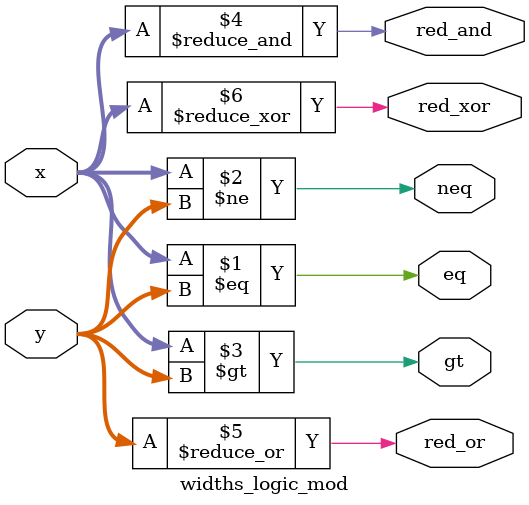
<source format=sv>


module widths_logic_mod (
    input  wire [3:0]  x,
    input  wire [3:0]  y,
    output wire        eq,      // x == y
    output wire        neq,     // x != y
    output wire        gt,      // x > y
    output wire        red_and, // &x
    output wire        red_or,  // |y
    output wire        red_xor  // ^x
);
    assign eq      = (x == y);
    assign neq     = (x != y);
    assign gt      = (x > y);
    assign red_and = &x;
    assign red_or  = |y;
    assign red_xor = ^x;
endmodule

</source>
